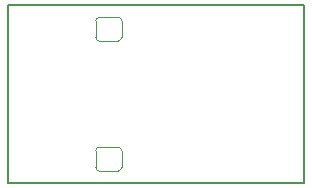
<source format=gbr>
%TF.GenerationSoftware,KiCad,Pcbnew,7.0.7-7.0.7~ubuntu23.04.1*%
%TF.CreationDate,2023-09-27T16:22:00+00:00*%
%TF.ProjectId,TFI2CEXT01,54464932-4345-4585-9430-312e6b696361,REV*%
%TF.SameCoordinates,PX78dfd90PY8290510*%
%TF.FileFunction,Profile,NP*%
%FSLAX46Y46*%
G04 Gerber Fmt 4.6, Leading zero omitted, Abs format (unit mm)*
G04 Created by KiCad (PCBNEW 7.0.7-7.0.7~ubuntu23.04.1) date 2023-09-27 16:22:00*
%MOMM*%
%LPD*%
G01*
G04 APERTURE LIST*
%TA.AperFunction,Profile*%
%ADD10C,0.150000*%
%TD*%
%TA.AperFunction,Profile*%
%ADD11C,0.050000*%
%TD*%
G04 APERTURE END LIST*
D10*
X-126746000Y151906000D02*
X-101746000Y151906000D01*
X-101746000Y151906000D02*
X-101746000Y136906000D01*
X-126746000Y151906000D02*
X-126746000Y136906000D01*
X-126746000Y136906000D02*
X-101746000Y136906000D01*
D11*
%TO.C,D1*%
X-117146000Y150606000D02*
X-117146000Y149206000D01*
X-117446000Y148906000D02*
X-119046000Y148906000D01*
X-119046000Y150906000D02*
X-117446000Y150906000D01*
X-119346000Y149206000D02*
X-119346000Y150606000D01*
X-117446000Y148906000D02*
G75*
G03*
X-117146000Y149206000I0J300000D01*
G01*
X-117146000Y150606000D02*
G75*
G03*
X-117446000Y150906000I-300000J0D01*
G01*
X-119346000Y149206000D02*
G75*
G03*
X-119046000Y148906000I300000J0D01*
G01*
X-119046000Y150906000D02*
G75*
G03*
X-119346000Y150606000I0J-300000D01*
G01*
%TO.C,D3*%
X-117146000Y139606000D02*
X-117146000Y138206000D01*
X-117446000Y137906000D02*
X-119046000Y137906000D01*
X-119046000Y139906000D02*
X-117446000Y139906000D01*
X-119346000Y138206000D02*
X-119346000Y139606000D01*
X-117446000Y137906000D02*
G75*
G03*
X-117146000Y138206000I0J300000D01*
G01*
X-117146000Y139606000D02*
G75*
G03*
X-117446000Y139906000I-300000J0D01*
G01*
X-119346000Y138206000D02*
G75*
G03*
X-119046000Y137906000I300000J0D01*
G01*
X-119046000Y139906000D02*
G75*
G03*
X-119346000Y139606000I0J-300000D01*
G01*
%TD*%
M02*

</source>
